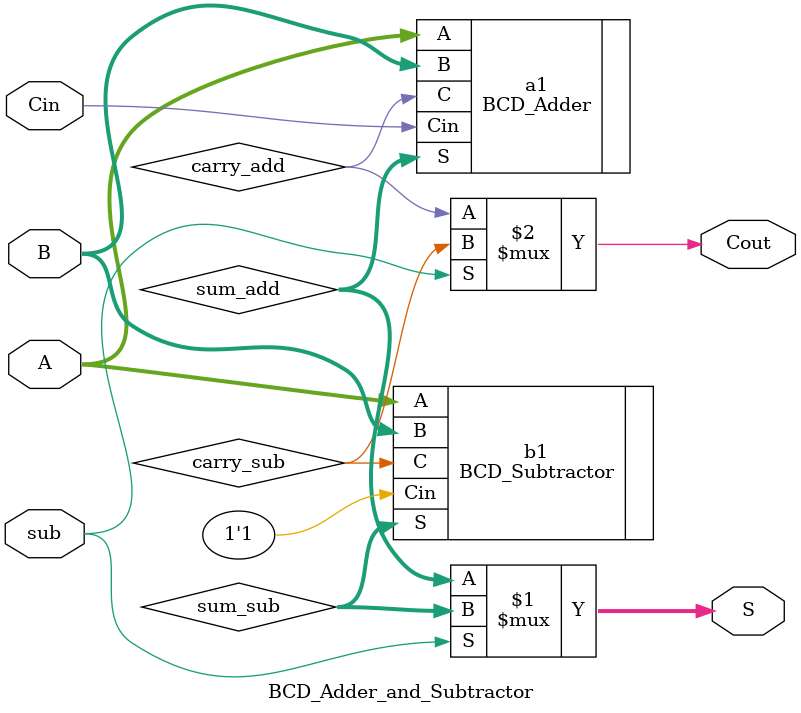
<source format=v>
module BCD_Adder_and_Subtractor(A,B,Cin,sub,S,Cout);
input [3:0]A;
input [3:0]B;
input Cin;
input sub;
output [3:0]S;
output Cout;
wire [3:0]sum_add,sum_sub;
wire carry_add,carry_sub;
BCD_Subtractor b1(.A(A),.B(B),.Cin(1'b1),.S(sum_sub),.C(carry_sub));
BCD_Adder a1(.A(A),.B(B),.Cin(Cin),.S(sum_add),.C(carry_add));
assign S = sub ? sum_sub : sum_add;
assign Cout = sub ? carry_sub : carry_add;
endmodule
</source>
